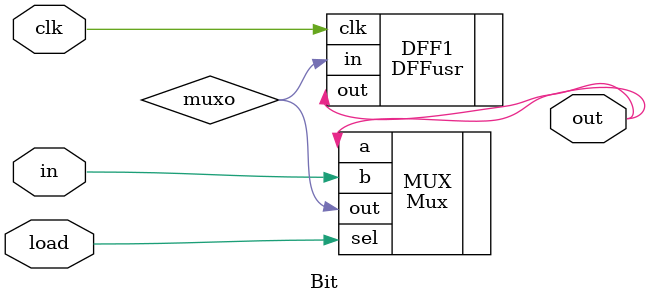
<source format=v>
/**
 * 1-bit register:
 * If load[t] == 1 then out[t+1] = in[t]
 *    else out does not change (out[t+1] = out[t])
 */
`include "DFF.v"
`default_nettype none
module Bit(
	input wire clk,
	input wire in,
	input wire load,
	output wire out
);

// your implementation comes here:
  
    // Mux(a=muxb, b=in, sel=load, out=muxo);
    // DFF(in=muxo, out=out, out=muxb);
    // reg muxb;
    wire muxo;
    Mux MUX(.a(out),.b(in),.sel(load),.out(muxo));
	DFFusr DFF1(.clk(clk),.in(muxo),.out(out));

endmodule

</source>
